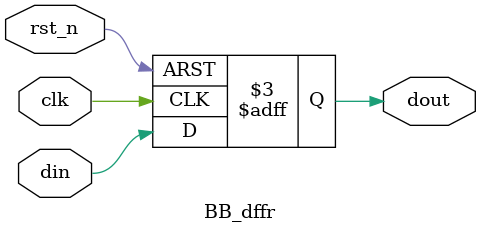
<source format=v>
module BB_dffr #(
  parameter DW = 1,
  parameter RST_VAL = 0 
)(
  input wire clk,
  input wire rst_n,
  input wire [DW-1:0] din,
  output reg [DW-1:0] dout
);

always @(posedge clk or negedge rst_n)begin
    if(~rst_n)begin
        dout <= RST_VAL;
    end else begin
        dout <= din;
    end
end
    
endmodule

</source>
